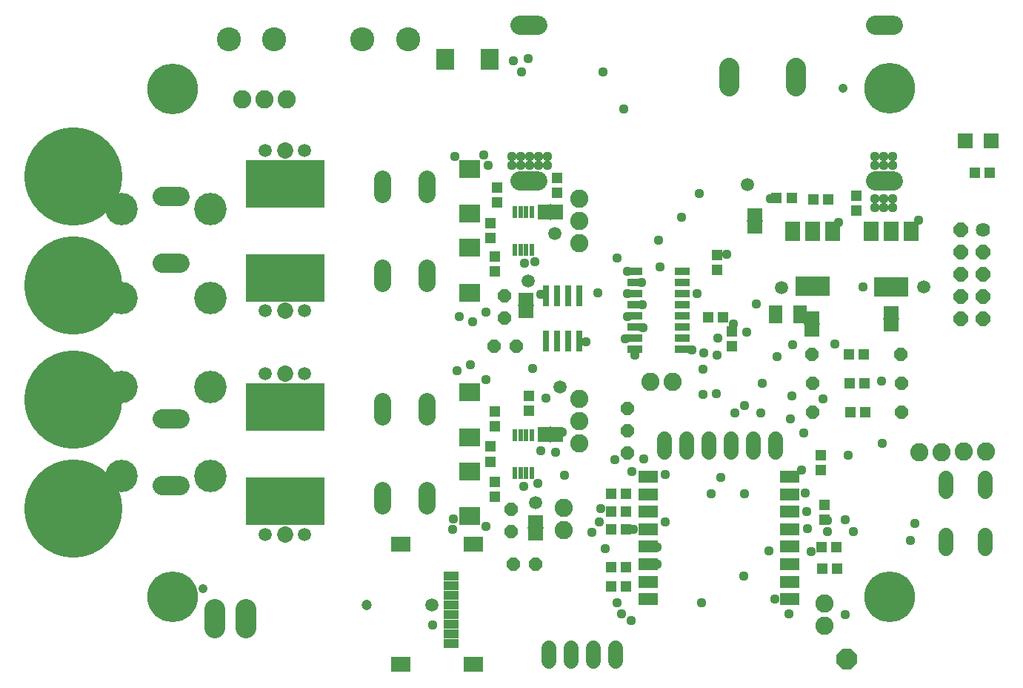
<source format=gts>
G75*
%MOIN*%
%OFA0B0*%
%FSLAX25Y25*%
%IPPOS*%
%LPD*%
%AMOC8*
5,1,8,0,0,1.08239X$1,22.5*
%
%ADD10R,0.02375X0.05524*%
%ADD11R,0.06700X0.08700*%
%ADD12R,0.15800X0.08700*%
%ADD13R,0.04737X0.05131*%
%ADD14R,0.05131X0.04737*%
%ADD15OC8,0.06000*%
%ADD16C,0.08200*%
%ADD17R,0.08674X0.05524*%
%ADD18C,0.06800*%
%ADD19R,0.06800X0.03300*%
%ADD20R,0.35249X0.21272*%
%ADD21C,0.04769*%
%ADD22C,0.05950*%
%ADD23C,0.07296*%
%ADD24C,0.06400*%
%ADD25OC8,0.06400*%
%ADD26C,0.04737*%
%ADD27C,0.05918*%
%ADD28OC8,0.09300*%
%ADD29R,0.08674X0.06509*%
%ADD30R,0.06706X0.03950*%
%ADD31R,0.09461X0.07887*%
%ADD32C,0.10800*%
%ADD33R,0.06706X0.06706*%
%ADD34R,0.07100X0.05400*%
%ADD35R,0.01600X0.03300*%
%ADD36R,0.07200X0.00600*%
%ADD37C,0.44107*%
%ADD38R,0.03162X0.09461*%
%ADD39C,0.03937*%
%ADD40R,0.07887X0.09461*%
%ADD41C,0.07800*%
%ADD42C,0.14580*%
%ADD43C,0.08600*%
%ADD44C,0.09050*%
%ADD45R,0.06076X0.07887*%
%ADD46R,0.05400X0.07100*%
%ADD47R,0.03300X0.01600*%
%ADD48R,0.00600X0.07200*%
%ADD49C,0.09200*%
%ADD50C,0.22800*%
%ADD51C,0.04369*%
D10*
X0261871Y0147324D03*
X0264430Y0147324D03*
X0266989Y0147324D03*
X0269548Y0147324D03*
X0269548Y0164306D03*
X0266989Y0164306D03*
X0264430Y0164306D03*
X0261871Y0164306D03*
X0261871Y0247718D03*
X0264430Y0247718D03*
X0266989Y0247718D03*
X0269548Y0247718D03*
X0269548Y0264699D03*
X0266989Y0264699D03*
X0264430Y0264699D03*
X0261871Y0264699D03*
D11*
X0386806Y0255962D03*
X0395806Y0255962D03*
X0404806Y0255962D03*
X0422239Y0255939D03*
X0431239Y0255939D03*
X0440239Y0255939D03*
D12*
X0431339Y0231139D03*
X0395906Y0231162D03*
D13*
X0355648Y0217486D03*
X0348955Y0217486D03*
X0352787Y0238654D03*
X0352787Y0245347D03*
X0415619Y0265280D03*
X0415619Y0271973D03*
X0468808Y0282403D03*
X0475501Y0282403D03*
X0280729Y0279878D03*
X0280729Y0273185D03*
X0253763Y0275709D03*
X0253763Y0269016D03*
X0251024Y0259555D03*
X0251024Y0252862D03*
X0252914Y0244791D03*
X0252914Y0238098D03*
X0268229Y0181878D03*
X0268229Y0175185D03*
X0253032Y0175131D03*
X0253032Y0168438D03*
X0251024Y0159161D03*
X0251024Y0152468D03*
X0252914Y0143413D03*
X0252914Y0136720D03*
X0305138Y0137943D03*
X0311831Y0137943D03*
X0311864Y0129915D03*
X0305171Y0129915D03*
X0305161Y0121837D03*
X0311854Y0121837D03*
X0311891Y0105022D03*
X0305199Y0105022D03*
X0305169Y0096289D03*
X0311862Y0096289D03*
X0400078Y0104420D03*
X0406771Y0104420D03*
X0406472Y0114138D03*
X0399779Y0114138D03*
X0401092Y0126368D03*
X0401092Y0133061D03*
X0399490Y0148620D03*
X0399490Y0155313D03*
D14*
X0412729Y0174531D03*
X0419422Y0174531D03*
X0419229Y0187531D03*
X0412536Y0187531D03*
X0412229Y0200531D03*
X0418922Y0200531D03*
X0359596Y0204214D03*
X0359596Y0210907D03*
X0379712Y0270893D03*
X0386405Y0270893D03*
X0396193Y0270282D03*
X0402886Y0270282D03*
D15*
X0395576Y0200531D03*
X0395729Y0187531D03*
X0395729Y0174531D03*
X0435729Y0174531D03*
X0435729Y0187531D03*
X0435576Y0200531D03*
X0312646Y0176205D03*
X0312646Y0166205D03*
X0312646Y0156205D03*
X0260275Y0131102D03*
X0260275Y0121102D03*
X0261133Y0106372D03*
X0271133Y0106372D03*
X0262539Y0204389D03*
X0252539Y0204389D03*
X0257334Y0216962D03*
X0257334Y0226962D03*
D16*
X0291007Y0250614D03*
X0291007Y0260614D03*
X0291007Y0270614D03*
X0159080Y0315226D03*
X0149080Y0315226D03*
X0139080Y0315226D03*
X0323029Y0188492D03*
X0333029Y0188492D03*
X0291043Y0180635D03*
X0291043Y0170635D03*
X0291043Y0160635D03*
X0283854Y0131751D03*
X0283854Y0121751D03*
X0401220Y0088808D03*
X0401220Y0078808D03*
X0443943Y0156719D03*
X0453943Y0156719D03*
X0463914Y0156845D03*
X0473914Y0156845D03*
D17*
X0385607Y0145657D03*
X0385607Y0137783D03*
X0385607Y0129909D03*
X0385607Y0122035D03*
X0385607Y0114161D03*
X0385607Y0106287D03*
X0385607Y0098413D03*
X0385607Y0090539D03*
X0321828Y0090539D03*
X0321828Y0098413D03*
X0321828Y0106287D03*
X0321828Y0114161D03*
X0321828Y0122035D03*
X0321828Y0129909D03*
X0321828Y0137783D03*
X0321828Y0145657D03*
D18*
X0329198Y0156563D02*
X0329198Y0162563D01*
X0339198Y0162563D02*
X0339198Y0156563D01*
X0349198Y0156563D02*
X0349198Y0162563D01*
X0359198Y0162563D02*
X0359198Y0156563D01*
X0369198Y0156563D02*
X0369198Y0162563D01*
X0379198Y0162563D02*
X0379198Y0156563D01*
X0455829Y0144831D02*
X0455829Y0138831D01*
X0473629Y0138831D02*
X0473629Y0144831D01*
X0473629Y0119231D02*
X0473629Y0113231D01*
X0455829Y0113231D02*
X0455829Y0119231D01*
X0307136Y0068787D02*
X0307136Y0062787D01*
X0297136Y0062787D02*
X0297136Y0068787D01*
X0287136Y0068787D02*
X0287136Y0062787D01*
X0277136Y0062787D02*
X0277136Y0068787D01*
D19*
X0315831Y0202866D03*
X0315831Y0207866D03*
X0315831Y0212866D03*
X0315831Y0217866D03*
X0315831Y0222866D03*
X0315831Y0227866D03*
X0315831Y0232866D03*
X0315831Y0237866D03*
X0337052Y0237866D03*
X0337052Y0232866D03*
X0337052Y0227866D03*
X0337052Y0222866D03*
X0337052Y0217866D03*
X0337052Y0212866D03*
X0337052Y0207866D03*
X0337052Y0202866D03*
D20*
X0158457Y0177075D03*
X0158457Y0134555D03*
X0158457Y0234949D03*
X0158457Y0277468D03*
D21*
X0158457Y0277862D03*
X0151568Y0277862D03*
X0144678Y0277862D03*
X0144678Y0270972D03*
X0151568Y0270972D03*
X0158457Y0270972D03*
X0165347Y0270972D03*
X0172237Y0270972D03*
X0172237Y0277862D03*
X0165347Y0277862D03*
X0165347Y0284752D03*
X0158457Y0284752D03*
X0151568Y0284752D03*
X0144678Y0284752D03*
X0172237Y0284752D03*
X0172237Y0241445D03*
X0165347Y0241445D03*
X0158457Y0241445D03*
X0151568Y0241445D03*
X0144678Y0241445D03*
X0144678Y0234555D03*
X0151568Y0234555D03*
X0158457Y0234555D03*
X0165347Y0234555D03*
X0172237Y0234555D03*
X0172237Y0227665D03*
X0165347Y0227665D03*
X0158457Y0227665D03*
X0151568Y0227665D03*
X0144678Y0227665D03*
X0144678Y0184358D03*
X0151568Y0184358D03*
X0158457Y0184358D03*
X0165347Y0184358D03*
X0172237Y0184358D03*
X0172237Y0177468D03*
X0165347Y0177468D03*
X0158457Y0177468D03*
X0151568Y0177468D03*
X0144678Y0177468D03*
X0144678Y0170579D03*
X0151568Y0170579D03*
X0158457Y0170579D03*
X0165347Y0170579D03*
X0172237Y0170579D03*
X0172237Y0141051D03*
X0165347Y0141051D03*
X0158457Y0141051D03*
X0151568Y0141051D03*
X0144678Y0141051D03*
X0144678Y0134161D03*
X0151568Y0134161D03*
X0158457Y0134161D03*
X0165347Y0134161D03*
X0172237Y0134161D03*
X0172237Y0127271D03*
X0165347Y0127271D03*
X0158457Y0127271D03*
X0151568Y0127271D03*
X0144678Y0127271D03*
D22*
X0149568Y0119771D03*
X0167347Y0119771D03*
X0271229Y0134031D03*
X0282229Y0186031D03*
X0267729Y0233531D03*
X0279729Y0255031D03*
X0366515Y0276906D03*
X0381729Y0230531D03*
X0445729Y0231031D03*
X0167347Y0220165D03*
X0149568Y0220165D03*
X0149568Y0191858D03*
X0167347Y0191858D03*
X0167347Y0292252D03*
X0149568Y0292252D03*
D23*
X0158457Y0292252D03*
X0158457Y0220165D03*
X0158457Y0191858D03*
X0158457Y0119771D03*
D24*
X0472678Y0256657D03*
D25*
X0462678Y0256657D03*
X0462678Y0246657D03*
X0472678Y0246657D03*
X0472678Y0236657D03*
X0462678Y0236657D03*
X0462678Y0226657D03*
X0472678Y0226657D03*
X0472678Y0216657D03*
X0462678Y0216657D03*
D26*
X0195084Y0088114D03*
D27*
X0224612Y0088114D03*
D28*
X0411135Y0063531D03*
D29*
X0243303Y0061287D03*
X0210625Y0061287D03*
X0210625Y0115421D03*
X0243303Y0115421D03*
D30*
X0233066Y0100972D03*
X0233066Y0096641D03*
X0233066Y0092311D03*
X0233066Y0087980D03*
X0233066Y0083649D03*
X0233066Y0079319D03*
X0233066Y0074988D03*
X0233066Y0070657D03*
D31*
X0241713Y0128059D03*
X0241713Y0148138D03*
X0241713Y0163492D03*
X0241713Y0183571D03*
X0241713Y0228453D03*
X0241713Y0248531D03*
X0241713Y0263886D03*
X0241713Y0283964D03*
D32*
X0213833Y0342420D03*
X0193360Y0342420D03*
X0153597Y0342420D03*
X0133124Y0342420D03*
D33*
X0464422Y0296649D03*
X0476202Y0296649D03*
D34*
X0369901Y0263501D03*
X0369901Y0257501D03*
X0431339Y0219760D03*
X0431339Y0213760D03*
X0395406Y0211260D03*
X0395406Y0217260D03*
X0266729Y0219531D03*
X0266729Y0225531D03*
X0271229Y0125531D03*
X0271229Y0119531D03*
D35*
X0271229Y0122531D03*
X0395406Y0214260D03*
X0431339Y0216760D03*
X0369901Y0260501D03*
X0266729Y0222531D03*
D36*
X0266729Y0222531D03*
X0369901Y0260501D03*
X0431339Y0216760D03*
X0395406Y0214260D03*
X0271229Y0122531D03*
D37*
X0063229Y0131208D03*
X0063229Y0180421D03*
X0063229Y0231602D03*
X0063229Y0280815D03*
D38*
X0275902Y0227124D03*
X0280902Y0227124D03*
X0285902Y0227124D03*
X0290902Y0227124D03*
X0290902Y0206652D03*
X0285902Y0206652D03*
X0280902Y0206652D03*
X0275902Y0206652D03*
D39*
X0121476Y0095304D02*
X0121476Y0095304D01*
X0121476Y0095304D01*
X0121476Y0095304D01*
X0121476Y0095304D01*
X0121476Y0095304D01*
X0121476Y0095304D01*
X0121476Y0095304D01*
X0121476Y0095304D01*
X0409686Y0320185D02*
X0409686Y0320185D01*
X0409686Y0320185D01*
X0409686Y0320185D01*
X0409686Y0320185D01*
X0409686Y0320185D01*
X0409686Y0320185D01*
X0409686Y0320185D01*
X0409686Y0320185D01*
D40*
X0250505Y0333372D03*
X0230426Y0333372D03*
D41*
X0222229Y0279708D02*
X0222229Y0272708D01*
X0202229Y0272708D02*
X0202229Y0279708D01*
X0202229Y0239708D02*
X0202229Y0232708D01*
X0222229Y0232708D02*
X0222229Y0239708D01*
X0222229Y0179708D02*
X0222229Y0172708D01*
X0202229Y0172708D02*
X0202229Y0179708D01*
X0202229Y0139708D02*
X0202229Y0132708D01*
X0222229Y0132708D02*
X0222229Y0139708D01*
D42*
X0124729Y0146031D03*
X0084729Y0146031D03*
X0084729Y0186031D03*
X0124729Y0186031D03*
X0124729Y0226031D03*
X0084729Y0226031D03*
X0084729Y0266031D03*
X0124729Y0266031D03*
D43*
X0111129Y0271531D02*
X0103329Y0271531D01*
X0103329Y0241531D02*
X0111129Y0241531D01*
X0111129Y0171531D02*
X0103329Y0171531D01*
X0103329Y0141531D02*
X0111129Y0141531D01*
X0264329Y0278531D02*
X0272129Y0278531D01*
X0272129Y0348531D02*
X0264329Y0348531D01*
X0424329Y0348531D02*
X0432129Y0348531D01*
X0432129Y0278531D02*
X0424329Y0278531D01*
D44*
X0388229Y0321406D02*
X0388229Y0329656D01*
X0358229Y0329656D02*
X0358229Y0321406D01*
D45*
X0379099Y0218531D03*
X0390359Y0218531D03*
D46*
X0280729Y0264531D03*
X0274729Y0264531D03*
X0274729Y0164531D03*
X0280729Y0164531D03*
D47*
X0277729Y0164531D03*
X0277729Y0264531D03*
D48*
X0277729Y0264531D03*
X0277729Y0164531D03*
D49*
X0126938Y0086151D02*
X0126938Y0077751D01*
X0140718Y0077751D02*
X0140718Y0086151D01*
D50*
X0107869Y0091707D03*
X0430682Y0091700D03*
X0430682Y0320164D03*
X0107869Y0320092D03*
D51*
X0234817Y0289804D03*
X0241804Y0283800D03*
X0249971Y0285716D03*
X0247971Y0290247D03*
X0260585Y0289800D03*
X0264585Y0289800D03*
X0268585Y0289800D03*
X0272585Y0289800D03*
X0276585Y0289800D03*
X0276585Y0285800D03*
X0272585Y0285800D03*
X0268585Y0285800D03*
X0264585Y0285800D03*
X0260585Y0285800D03*
X0310834Y0310973D03*
X0301415Y0327693D03*
X0267955Y0333553D03*
X0261326Y0332719D03*
X0264799Y0327780D03*
X0344805Y0273004D03*
X0336895Y0262240D03*
X0326417Y0252154D03*
X0307729Y0244031D03*
X0312531Y0237866D03*
X0318801Y0232863D03*
X0312618Y0227866D03*
X0319373Y0222873D03*
X0312427Y0217769D03*
X0319532Y0212813D03*
X0311451Y0207657D03*
X0315787Y0200317D03*
X0293937Y0206350D03*
X0269930Y0194312D03*
X0248930Y0189312D03*
X0241804Y0195907D03*
X0235847Y0193433D03*
X0242910Y0215250D03*
X0236734Y0217653D03*
X0248910Y0219750D03*
X0241804Y0228682D03*
X0266063Y0241531D03*
X0270832Y0242462D03*
X0273625Y0227534D03*
X0299239Y0228356D03*
X0327101Y0240069D03*
X0343991Y0227924D03*
X0370501Y0223355D03*
X0379924Y0219084D03*
X0366300Y0210734D03*
X0360059Y0214333D03*
X0353146Y0208015D03*
X0346857Y0201393D03*
X0341424Y0202584D03*
X0352905Y0200485D03*
X0346638Y0193943D03*
X0346528Y0182821D03*
X0352455Y0183020D03*
X0365108Y0177644D03*
X0360808Y0174359D03*
X0372591Y0174359D03*
X0385744Y0171502D03*
X0391747Y0165265D03*
X0411754Y0155169D03*
X0427209Y0160506D03*
X0400424Y0180584D03*
X0386406Y0182113D03*
X0373161Y0187531D03*
X0379924Y0199584D03*
X0386802Y0204954D03*
X0405943Y0205410D03*
X0426754Y0188669D03*
X0390964Y0148620D03*
X0392444Y0138204D03*
X0393198Y0129915D03*
X0402488Y0126122D03*
X0402649Y0120944D03*
X0393543Y0122380D03*
X0410428Y0126479D03*
X0414229Y0121031D03*
X0395109Y0112092D03*
X0376352Y0112319D03*
X0364881Y0100842D03*
X0378998Y0090648D03*
X0385306Y0083872D03*
X0410389Y0083730D03*
X0345765Y0088985D03*
X0314126Y0081022D03*
X0309806Y0084023D03*
X0307798Y0088890D03*
X0325717Y0106223D03*
X0325896Y0114072D03*
X0315213Y0121837D03*
X0329611Y0125237D03*
X0350153Y0137985D03*
X0354506Y0145440D03*
X0365202Y0137985D03*
X0329424Y0146584D03*
X0319924Y0153584D03*
X0314424Y0148084D03*
X0306849Y0153226D03*
X0284175Y0146369D03*
X0280229Y0156531D03*
X0273430Y0157312D03*
X0283229Y0165531D03*
X0276009Y0180936D03*
X0272179Y0142545D03*
X0265907Y0141286D03*
X0234056Y0126788D03*
X0233930Y0121883D03*
X0248804Y0123288D03*
X0296490Y0120540D03*
X0299921Y0125424D03*
X0300460Y0131271D03*
X0302531Y0113263D03*
X0224861Y0079084D03*
X0439729Y0117031D03*
X0441729Y0124531D03*
X0418580Y0231006D03*
X0407424Y0260084D03*
X0423863Y0266674D03*
X0427863Y0266674D03*
X0431863Y0266674D03*
X0431863Y0270674D03*
X0427863Y0270674D03*
X0423863Y0270674D03*
X0443424Y0261084D03*
X0431863Y0285674D03*
X0427863Y0285674D03*
X0423863Y0285674D03*
X0423863Y0289674D03*
X0427863Y0289674D03*
X0431863Y0289674D03*
X0376957Y0270674D03*
X0357228Y0245586D03*
M02*

</source>
